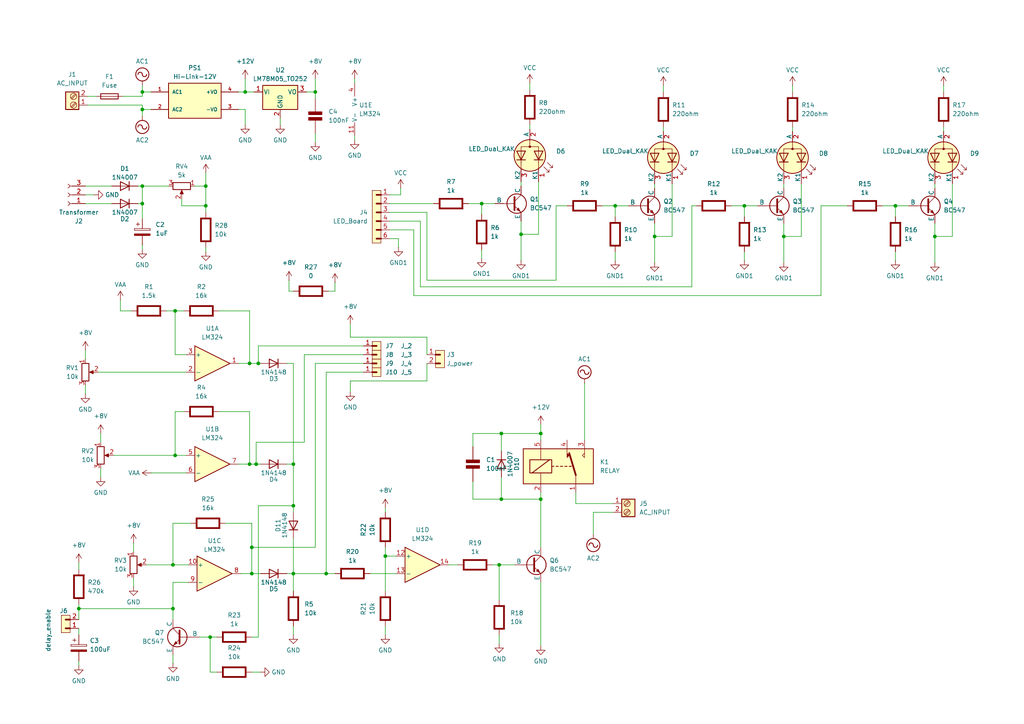
<source format=kicad_sch>
(kicad_sch (version 20250114) (generator "eeschema") (generator_version "9.0")
  (paper "A4")
  (title_block (title "Mains High Low Cutoff") (date "2025-04-18") (rev "V1.0") (company "Mounith-Lab"))
  (junction (at 215.9 59.69))
  (junction (at 178.435 59.69))
  (junction (at 50.8 90.17))
  (junction (at 50.165 163.83))
  (junction (at 41.275 53.975))
  (junction (at 111.76 161.29))
  (junction (at 60.96 184.785))
  (junction (at 94.615 166.37))
  (junction (at 156.845 125.73))
  (junction (at 85.09 134.62))
  (junction (at 22.86 176.53))
  (junction (at 85.09 146.685))
  (junction (at 145.415 144.78))
  (junction (at 189.865 68.58))
  (junction (at 151.13 67.945))
  (junction (at 74.93 105.41))
  (junction (at 41.275 31.75))
  (junction (at 73.025 158.75))
  (junction (at 156.845 144.78))
  (junction (at 145.415 125.73))
  (junction (at 59.69 53.975))
  (junction (at 72.39 105.41))
  (junction (at 139.7 59.055))
  (junction (at 271.145 68.58))
  (junction (at 41.275 59.055))
  (junction (at 50.165 176.53))
  (junction (at 73.025 166.37))
  (junction (at 144.78 163.83))
  (junction (at 72.39 134.62))
  (junction (at 74.295 134.62))
  (junction (at 259.715 59.69))
  (junction (at 71.12 26.67))
  (junction (at 41.275 26.67))
  (junction (at 59.69 59.69))
  (junction (at 50.8 132.08))
  (junction (at 227.33 68.58))
  (junction (at 91.44 26.67))
  (junction (at 85.09 166.37))
  (wire (pts (xy 123.825 105.41) (xy 123.825 110.49)))
  (wire (pts (xy 85.09 181.61) (xy 85.09 184.15)))
  (wire (pts (xy 116.205 54.61) (xy 116.205 56.515)))
  (wire (pts (xy 167.005 146.05) (xy 167.005 142.875)))
  (wire (pts (xy 172.085 148.59) (xy 177.8 148.59)))
  (wire (pts (xy 137.16 125.73) (xy 145.415 125.73)))
  (wire (pts (xy 107.315 166.37) (xy 114.935 166.37)))
  (wire (pts (xy 189.865 68.58) (xy 189.865 76.2)))
  (wire (pts (xy 238.125 59.69) (xy 238.125 85.725)))
  (wire (pts (xy 121.92 64.135) (xy 121.92 83.185)))
  (wire (pts (xy 24.765 56.515) (xy 27.305 56.515)))
  (wire (pts (xy 60.96 194.945) (xy 60.96 184.785)))
  (wire (pts (xy 215.9 73.025) (xy 215.9 75.565)))
  (wire (pts (xy 101.6 113.665) (xy 101.6 110.49)))
  (wire (pts (xy 29.21 125.73) (xy 29.21 128.27)))
  (wire (pts (xy 41.275 24.765) (xy 41.275 26.67)))
  (wire (pts (xy 94.615 166.37) (xy 85.09 166.37)))
  (wire (pts (xy 151.13 64.135) (xy 151.13 67.945)))
  (wire (pts (xy 33.02 132.08) (xy 50.8 132.08)))
  (wire (pts (xy 38.735 167.64) (xy 38.735 170.18)))
  (wire (pts (xy 41.275 59.055) (xy 40.005 59.055)))
  (wire (pts (xy 151.13 67.945) (xy 156.21 67.945)))
  (wire (pts (xy 55.245 151.765) (xy 50.165 151.765)))
  (wire (pts (xy 111.76 161.29) (xy 114.935 161.29)))
  (wire (pts (xy 151.13 52.705) (xy 151.13 53.975)))
  (wire (pts (xy 83.82 81.28) (xy 83.82 84.455)))
  (wire (pts (xy 73.025 184.785) (xy 74.93 184.785)))
  (wire (pts (xy 40.005 53.975) (xy 41.275 53.975)))
  (wire (pts (xy 72.39 119.38) (xy 72.39 134.62)))
  (wire (pts (xy 144.78 163.83) (xy 149.225 163.83)))
  (wire (pts (xy 24.765 111.76) (xy 24.765 114.3)))
  (wire (pts (xy 91.44 26.67) (xy 91.44 28.575)))
  (wire (pts (xy 153.67 36.195) (xy 153.67 37.465)))
  (wire (pts (xy 116.205 56.515) (xy 113.03 56.515)))
  (wire (pts (xy 259.715 73.025) (xy 259.715 75.565)))
  (wire (pts (xy 50.8 132.08) (xy 50.8 119.38)))
  (wire (pts (xy 161.29 59.69) (xy 161.29 81.28)))
  (wire (pts (xy 74.295 128.27) (xy 74.295 134.62)))
  (wire (pts (xy 73.025 194.945) (xy 75.565 194.945)))
  (wire (pts (xy 88.265 128.27) (xy 74.295 128.27)))
  (wire (pts (xy 50.165 151.765) (xy 50.165 163.83)))
  (wire (pts (xy 74.93 100.33) (xy 105.41 100.33)))
  (wire (pts (xy 71.12 31.75) (xy 69.215 31.75)))
  (wire (pts (xy 194.945 53.34) (xy 194.945 68.58)))
  (wire (pts (xy 156.21 52.705) (xy 156.21 67.945)))
  (wire (pts (xy 41.275 31.75) (xy 41.275 33.655)))
  (wire (pts (xy 22.86 176.53) (xy 50.165 176.53)))
  (wire (pts (xy 73.025 166.37) (xy 75.565 166.37)))
  (wire (pts (xy 72.39 134.62) (xy 74.295 134.62)))
  (wire (pts (xy 271.145 68.58) (xy 271.145 76.2)))
  (wire (pts (xy 69.215 134.62) (xy 72.39 134.62)))
  (wire (pts (xy 101.6 110.49) (xy 123.825 110.49)))
  (wire (pts (xy 156.845 123.19) (xy 156.845 125.73)))
  (wire (pts (xy 164.465 59.69) (xy 161.29 59.69)))
  (wire (pts (xy 178.435 59.69) (xy 182.245 59.69)))
  (wire (pts (xy 238.125 85.725) (xy 120.015 85.725)))
  (wire (pts (xy 169.545 111.125) (xy 169.545 127.635)))
  (wire (pts (xy 69.215 105.41) (xy 72.39 105.41)))
  (wire (pts (xy 24.765 53.975) (xy 32.385 53.975)))
  (wire (pts (xy 59.69 71.755) (xy 59.69 73.025)))
  (wire (pts (xy 97.155 84.455) (xy 97.155 81.915)))
  (wire (pts (xy 137.16 129.54) (xy 137.16 125.73)))
  (wire (pts (xy 259.715 59.69) (xy 263.525 59.69)))
  (wire (pts (xy 102.87 22.86) (xy 102.87 24.13)))
  (wire (pts (xy 153.67 24.13) (xy 153.67 26.035)))
  (wire (pts (xy 156.845 142.875) (xy 156.845 144.78)))
  (wire (pts (xy 120.015 85.725) (xy 120.015 66.675)))
  (wire (pts (xy 115.57 69.215) (xy 113.03 69.215)))
  (wire (pts (xy 139.7 62.23) (xy 139.7 59.055)))
  (wire (pts (xy 71.12 26.67) (xy 73.66 26.67)))
  (wire (pts (xy 63.5 119.38) (xy 72.39 119.38)))
  (wire (pts (xy 227.33 53.34) (xy 227.33 54.61)))
  (wire (pts (xy 22.86 184.15) (xy 22.86 182.245)))
  (wire (pts (xy 101.6 93.98) (xy 101.6 97.79)))
  (wire (pts (xy 259.715 62.865) (xy 259.715 59.69)))
  (wire (pts (xy 142.875 163.83) (xy 144.78 163.83)))
  (wire (pts (xy 139.7 72.39) (xy 139.7 74.93)))
  (wire (pts (xy 50.165 176.53) (xy 50.165 179.705)))
  (wire (pts (xy 94.615 107.95) (xy 94.615 166.37)))
  (wire (pts (xy 94.615 166.37) (xy 97.155 166.37)))
  (wire (pts (xy 189.865 68.58) (xy 194.945 68.58)))
  (wire (pts (xy 139.7 59.055) (xy 143.51 59.055)))
  (wire (pts (xy 137.16 144.78) (xy 145.415 144.78)))
  (wire (pts (xy 81.28 34.29) (xy 81.28 36.195)))
  (wire (pts (xy 145.415 138.43) (xy 145.415 144.78)))
  (wire (pts (xy 28.575 107.95) (xy 53.975 107.95)))
  (wire (pts (xy 273.685 24.765) (xy 273.685 26.67)))
  (wire (pts (xy 41.275 53.975) (xy 41.275 59.055)))
  (wire (pts (xy 83.185 166.37) (xy 85.09 166.37)))
  (wire (pts (xy 227.33 64.77) (xy 227.33 68.58)))
  (wire (pts (xy 91.44 22.86) (xy 91.44 26.67)))
  (wire (pts (xy 60.96 184.785) (xy 62.865 184.785)))
  (wire (pts (xy 91.44 158.75) (xy 73.025 158.75)))
  (wire (pts (xy 123.825 61.595) (xy 113.03 61.595)))
  (wire (pts (xy 50.165 163.83) (xy 42.545 163.83)))
  (wire (pts (xy 57.785 184.785) (xy 60.96 184.785)))
  (wire (pts (xy 71.12 36.195) (xy 71.12 31.75)))
  (wire (pts (xy 63.5 90.17) (xy 72.39 90.17)))
  (wire (pts (xy 91.44 38.735) (xy 91.44 41.275)))
  (wire (pts (xy 113.03 64.135) (xy 121.92 64.135)))
  (wire (pts (xy 145.415 144.78) (xy 156.845 144.78)))
  (wire (pts (xy 91.44 105.41) (xy 91.44 158.75)))
  (wire (pts (xy 29.21 135.89) (xy 29.21 138.43)))
  (wire (pts (xy 161.29 81.28) (xy 123.825 81.28)))
  (wire (pts (xy 111.76 181.61) (xy 111.76 184.15)))
  (wire (pts (xy 38.735 157.48) (xy 38.735 160.02)))
  (wire (pts (xy 145.415 125.73) (xy 156.845 125.73)))
  (wire (pts (xy 53.975 132.08) (xy 50.8 132.08)))
  (wire (pts (xy 52.705 57.785) (xy 52.705 59.69)))
  (wire (pts (xy 24.765 59.055) (xy 32.385 59.055)))
  (wire (pts (xy 271.145 53.34) (xy 271.145 54.61)))
  (wire (pts (xy 192.405 24.765) (xy 192.405 26.67)))
  (wire (pts (xy 85.09 134.62) (xy 85.09 105.41)))
  (wire (pts (xy 123.825 102.87) (xy 123.825 97.79)))
  (wire (pts (xy 72.39 90.17) (xy 72.39 105.41)))
  (wire (pts (xy 22.86 179.705) (xy 22.86 176.53)))
  (wire (pts (xy 192.405 36.83) (xy 192.405 38.1)))
  (wire (pts (xy 52.705 59.69) (xy 59.69 59.69)))
  (wire (pts (xy 50.165 168.91) (xy 50.165 176.53)))
  (wire (pts (xy 212.09 59.69) (xy 215.9 59.69)))
  (wire (pts (xy 50.165 189.865) (xy 50.165 192.405)))
  (wire (pts (xy 85.09 148.59) (xy 85.09 146.685)))
  (wire (pts (xy 271.145 68.58) (xy 276.225 68.58)))
  (wire (pts (xy 276.225 53.34) (xy 276.225 68.58)))
  (wire (pts (xy 200.66 59.69) (xy 200.66 83.185)))
  (wire (pts (xy 255.905 59.69) (xy 259.715 59.69)))
  (wire (pts (xy 101.6 97.79) (xy 123.825 97.79)))
  (wire (pts (xy 41.275 30.48) (xy 41.275 31.75)))
  (wire (pts (xy 105.41 105.41) (xy 91.44 105.41)))
  (wire (pts (xy 41.275 27.94) (xy 41.275 26.67)))
  (wire (pts (xy 34.925 86.995) (xy 34.925 90.17)))
  (wire (pts (xy 144.78 173.99) (xy 144.78 163.83)))
  (wire (pts (xy 65.405 151.765) (xy 73.025 151.765)))
  (wire (pts (xy 50.8 90.17) (xy 53.34 90.17)))
  (wire (pts (xy 130.175 163.83) (xy 132.715 163.83)))
  (wire (pts (xy 215.9 59.69) (xy 219.71 59.69)))
  (wire (pts (xy 22.86 163.195) (xy 22.86 165.1)))
  (wire (pts (xy 74.93 100.33) (xy 74.93 105.41)))
  (wire (pts (xy 105.41 107.95) (xy 94.615 107.95)))
  (wire (pts (xy 59.69 53.975) (xy 56.515 53.975)))
  (wire (pts (xy 121.92 83.185) (xy 200.66 83.185)))
  (wire (pts (xy 271.145 64.77) (xy 271.145 68.58)))
  (wire (pts (xy 22.86 175.26) (xy 22.86 176.53)))
  (wire (pts (xy 74.295 134.62) (xy 75.565 134.62)))
  (wire (pts (xy 24.765 101.6) (xy 24.765 104.14)))
  (wire (pts (xy 22.86 191.77) (xy 22.86 193.04)))
  (wire (pts (xy 71.12 22.86) (xy 71.12 26.67)))
  (wire (pts (xy 25.4 30.48) (xy 41.275 30.48)))
  (wire (pts (xy 53.975 102.87) (xy 50.8 102.87)))
  (wire (pts (xy 111.76 161.29) (xy 111.76 158.75)))
  (wire (pts (xy 54.61 168.91) (xy 50.165 168.91)))
  (wire (pts (xy 69.85 166.37) (xy 73.025 166.37)))
  (wire (pts (xy 229.87 24.765) (xy 229.87 26.67)))
  (wire (pts (xy 178.435 62.865) (xy 178.435 59.69)))
  (wire (pts (xy 62.865 194.945) (xy 60.96 194.945)))
  (wire (pts (xy 227.33 68.58) (xy 232.41 68.58)))
  (wire (pts (xy 73.025 151.765) (xy 73.025 158.75)))
  (wire (pts (xy 85.09 166.37) (xy 85.09 156.21)))
  (wire (pts (xy 41.275 53.975) (xy 48.895 53.975)))
  (wire (pts (xy 177.8 146.05) (xy 167.005 146.05)))
  (wire (pts (xy 151.13 67.945) (xy 151.13 75.565)))
  (wire (pts (xy 232.41 53.34) (xy 232.41 68.58)))
  (wire (pts (xy 85.09 146.685) (xy 85.09 134.62)))
  (wire (pts (xy 95.25 84.455) (xy 97.155 84.455)))
  (wire (pts (xy 88.265 102.87) (xy 88.265 128.27)))
  (wire (pts (xy 50.8 119.38) (xy 53.34 119.38)))
  (wire (pts (xy 145.415 130.81) (xy 145.415 125.73)))
  (wire (pts (xy 59.69 59.69) (xy 59.69 61.595)))
  (wire (pts (xy 59.69 50.165) (xy 59.69 53.975)))
  (wire (pts (xy 123.825 81.28) (xy 123.825 61.595)))
  (wire (pts (xy 105.41 102.87) (xy 88.265 102.87)))
  (wire (pts (xy 120.015 66.675) (xy 113.03 66.675)))
  (wire (pts (xy 113.03 59.055) (xy 125.73 59.055)))
  (wire (pts (xy 227.33 68.58) (xy 227.33 76.2)))
  (wire (pts (xy 102.87 39.37) (xy 102.87 40.64)))
  (wire (pts (xy 74.93 184.785) (xy 74.93 146.685)))
  (wire (pts (xy 137.16 139.7) (xy 137.16 144.78)))
  (wire (pts (xy 174.625 59.69) (xy 178.435 59.69)))
  (wire (pts (xy 83.185 134.62) (xy 85.09 134.62)))
  (wire (pts (xy 172.085 148.59) (xy 172.085 154.94)))
  (wire (pts (xy 50.8 102.87) (xy 50.8 90.17)))
  (wire (pts (xy 41.275 59.055) (xy 41.275 63.5)))
  (wire (pts (xy 73.025 158.75) (xy 73.025 166.37)))
  (wire (pts (xy 200.66 59.69) (xy 201.93 59.69)))
  (wire (pts (xy 71.12 26.67) (xy 69.215 26.67)))
  (wire (pts (xy 43.815 137.16) (xy 53.975 137.16)))
  (wire (pts (xy 111.76 171.45) (xy 111.76 161.29)))
  (wire (pts (xy 74.93 146.685) (xy 85.09 146.685)))
  (wire (pts (xy 25.4 27.94) (xy 27.94 27.94)))
  (wire (pts (xy 59.69 59.69) (xy 59.69 53.975)))
  (wire (pts (xy 238.125 59.69) (xy 245.745 59.69)))
  (wire (pts (xy 189.865 64.77) (xy 189.865 68.58)))
  (wire (pts (xy 189.865 53.34) (xy 189.865 54.61)))
  (wire (pts (xy 144.78 184.15) (xy 144.78 186.69)))
  (wire (pts (xy 85.09 105.41) (xy 83.185 105.41)))
  (wire (pts (xy 74.93 105.41) (xy 75.565 105.41)))
  (wire (pts (xy 83.82 84.455) (xy 85.09 84.455)))
  (wire (pts (xy 91.44 26.67) (xy 88.9 26.67)))
  (wire (pts (xy 115.57 71.755) (xy 115.57 69.215)))
  (wire (pts (xy 111.76 147.32) (xy 111.76 148.59)))
  (wire (pts (xy 72.39 105.41) (xy 74.93 105.41)))
  (wire (pts (xy 54.61 163.83) (xy 50.165 163.83)))
  (wire (pts (xy 48.26 90.17) (xy 50.8 90.17)))
  (wire (pts (xy 229.87 36.83) (xy 229.87 38.1)))
  (wire (pts (xy 85.09 166.37) (xy 85.09 171.45)))
  (wire (pts (xy 34.925 90.17) (xy 38.1 90.17)))
  (wire (pts (xy 135.89 59.055) (xy 139.7 59.055)))
  (wire (pts (xy 156.845 144.78) (xy 156.845 158.75)))
  (wire (pts (xy 156.845 125.73) (xy 156.845 127.635)))
  (wire (pts (xy 41.275 71.12) (xy 41.275 72.39)))
  (wire (pts (xy 215.9 62.865) (xy 215.9 59.69)))
  (wire (pts (xy 41.275 31.75) (xy 43.815 31.75)))
  (wire (pts (xy 41.275 26.67) (xy 43.815 26.67)))
  (wire (pts (xy 178.435 73.025) (xy 178.435 75.565)))
  (wire (pts (xy 156.845 168.91) (xy 156.845 187.325)))
  (wire (pts (xy 273.685 36.83) (xy 273.685 38.1)))
  (wire (pts (xy 35.56 27.94) (xy 41.275 27.94)))
  (symbol (lib_id "power:GND") (at 85.09 184.15 0) (unit 1)
    (property "Reference" "#PWR021" (effects (hide yes)))
    (property "Value" "GND" (at 85.09 188.595 0))
    (property "Description" "Power symbol creates a global label with name \"GND\" , ground" (effects (hide yes)))
  )
  (symbol (lib_id "power:GND") (at 41.275 72.39 0) (unit 1)
    (property "Reference" "#PWR08" (effects (hide yes)))
    (property "Value" "GND" (at 41.275 76.835 0))
    (property "Description" "Power symbol creates a global label with name \"GND\" , ground" (effects (hide yes)))
  )
  (symbol (lib_id "power:+8V") (at 24.765 101.6 0) (unit 1)
    (property "Reference" "#PWR011" (effects (hide yes)))
    (property "Value" "+8V" (at 24.765 96.52 0))
    (property "Description" "Power symbol creates a global label with name \"+8V\"" (effects (hide yes)))
  )
  (symbol (lib_id "power:GND1") (at 189.865 76.2 0) (unit 1)
    (property "Reference" "#PWR030" (effects (hide yes)))
    (property "Value" "GND1" (at 189.865 80.645 0))
    (property "Description" "Power symbol creates a global label with name \"GND1\" , ground" (effects (hide yes)))
  )
  (symbol (lib_id "PCM_Elektuur:C") (at 137.16 134.62 0) (unit 1)
    (property "Reference" "C1" (at 140.97 133.3499 0) (effects (justify left)))
    (property "Value" "100nF" (at 140.97 135.8899 0) (effects (justify left)))
    (property "Footprint" "Capacitor_SMD:C_1210_3225Metric_Pad1.33x2.70mm_HandSolder" (effects (hide yes)))
    (property "Description" "capacitor, non-polarized/bipolar" (effects (hide yes)))
    (property "Indicator" "+" (effects (hide yes)))
    (property "Rating" "V" (effects (hide yes)))
  )
  (symbol (lib_id "power:VAA") (at 59.69 50.165 0) (unit 1)
    (property "Reference" "#PWR09" (effects (hide yes)))
    (property "Value" "VAA" (at 59.69 45.72 0))
    (property "Description" "Power symbol creates a global label with name \"VAA\"" (effects (hide yes)))
  )
  (symbol (lib_id "PCM_Elektuur:R") (at 102.235 166.37 270) (unit 1)
    (property "Reference" "R20" (at 102.235 160.02 90))
    (property "Value" "1k" (at 102.235 162.56 90))
    (property "Footprint" "Resistor_THT:R_Axial_DIN0207_L6.3mm_D2.5mm_P10.16mm_Horizontal" (effects (hide yes)))
    (property "Description" "resistor" (effects (hide yes)))
    (property "Indicator" "+" (effects (hide yes)))
    (property "Rating" "W" (effects (hide yes)))
  )
  (symbol (lib_id "PCM_Elektuur:R") (at 169.545 59.69 90) (unit 1)
    (property "Reference" "R9" (at 169.545 53.34 90))
    (property "Value" "1k" (at 169.545 55.88 90))
    (property "Footprint" "Resistor_THT:R_Axial_DIN0207_L6.3mm_D2.5mm_P10.16mm_Horizontal" (effects (hide yes)))
    (property "Description" "resistor" (effects (hide yes)))
    (property "Indicator" "+" (effects (hide yes)))
    (property "Rating" "W" (effects (hide yes)))
  )
  (symbol (lib_id "Amplifier_Operational:LM324") (at 122.555 163.83 0) (unit 4)
    (property "Reference" "U1" (at 122.555 153.67 0))
    (property "Value" "LM324" (at 122.555 156.21 0))
    (property "Footprint" "Package_DIP:CERDIP-14_W7.62mm_SideBrazed_LongPads_Socket" (effects (hide yes)))
    (property "Datasheet" "http://www.ti.com/lit/ds/symlink/lm2902-n.pdf" (effects (hide yes)))
    (property "Description" "Low-Power, Quad-Operational Amplifiers, DIP-14/SOIC-14/SSOP-14" (effects (hide yes)))
  )
  (symbol (lib_id "PCM_SL_Pin_Headers:PINHD_1x1_Male") (at 109.22 105.41 0) (unit 1)
    (property "Reference" "J9" (at 111.76 105.41 0) (effects (justify left)))
    (property "Value" "J_4" (at 116.205 105.41 0) (effects (justify left)))
    (property "Footprint" "Connector_PinHeader_2.54mm:PinHeader_1x01_P2.54mm_Vertical" (effects (hide yes)))
    (property "Description" "Pin Header male with pin space 2.54mm. Pin Count -1" (effects (hide yes)))
  )
  (symbol (lib_id "PCM_Elektuur:R") (at 60.325 151.765 90) (unit 1)
    (property "Reference" "R25" (at 60.325 144.78 90))
    (property "Value" "16k" (at 60.325 147.32 90))
    (property "Footprint" "Resistor_THT:R_Axial_DIN0207_L6.3mm_D2.5mm_P10.16mm_Horizontal" (effects (hide yes)))
    (property "Description" "resistor" (effects (hide yes)))
    (property "Indicator" "+" (effects (hide yes)))
    (property "Rating" "W" (effects (hide yes)))
  )
  (symbol (lib_id "PCM_Elektuur:R") (at 259.715 67.945 180) (unit 1)
    (property "Reference" "R16" (at 262.255 66.6749 0) (effects (justify right)))
    (property "Value" "1k" (at 262.255 69.2149 0) (effects (justify right)))
    (property "Footprint" "Resistor_THT:R_Axial_DIN0207_L6.3mm_D2.5mm_P10.16mm_Horizontal" (effects (hide yes)))
    (property "Description" "resistor" (effects (hide yes)))
    (property "Indicator" "+" (effects (hide yes)))
    (property "Rating" "W" (effects (hide yes)))
  )
  (symbol (lib_id "PCM_Elektuur:R") (at 130.81 59.055 90) (unit 1)
    (property "Reference" "R7" (at 130.81 52.705 90))
    (property "Value" "1k" (at 130.81 55.245 90))
    (property "Footprint" "Resistor_THT:R_Axial_DIN0207_L6.3mm_D2.5mm_P10.16mm_Horizontal" (effects (hide yes)))
    (property "Description" "resistor" (effects (hide yes)))
    (property "Indicator" "+" (effects (hide yes)))
    (property "Rating" "W" (effects (hide yes)))
  )
  (symbol (lib_id "power:AC") (at 172.085 154.94 180) (unit 1)
    (property "Reference" "#PWR045" (effects (hide yes)))
    (property "Value" "AC2" (at 172.085 161.925 0))
    (property "Description" "Power symbol creates a global label with name \"AC\"" (effects (hide yes)))
  )
  (symbol (lib_id "power:+8V") (at 91.44 22.86 0) (unit 1)
    (property "Reference" "#PWR02" (effects (hide yes)))
    (property "Value" "+8V" (at 91.44 17.78 0))
    (property "Description" "Power symbol creates a global label with name \"+8V\"" (effects (hide yes)))
  )
  (symbol (lib_id "power:VCC") (at 153.67 24.13 0) (unit 1)
    (property "Reference" "#PWR022" (effects (hide yes)))
    (property "Value" "VCC" (at 153.67 19.685 0))
    (property "Description" "Power symbol creates a global label with name \"VCC\"" (effects (hide yes)))
  )
  (symbol (lib_id "PCM_Elektuur:R") (at 85.09 176.53 180) (unit 1)
    (property "Reference" "R5" (at 88.265 175.2599 0) (effects (justify right)))
    (property "Value" "10k" (at 88.265 177.7999 0) (effects (justify right)))
    (property "Footprint" "Resistor_THT:R_Axial_DIN0207_L6.3mm_D2.5mm_P10.16mm_Horizontal" (effects (hide yes)))
    (property "Description" "resistor" (effects (hide yes)))
    (property "Indicator" "+" (effects (hide yes)))
    (property "Rating" "W" (effects (hide yes)))
  )
  (symbol (lib_id "Device:Fuse") (at 31.75 27.94 90) (unit 1)
    (property "Reference" "F1" (at 31.75 22.225 90))
    (property "Value" "Fuse" (at 31.75 24.765 90))
    (property "Footprint" "Fuse:Fuse_Blade_ATO_directSolder" (effects (hide yes)))
    (property "Description" "Fuse" (effects (hide yes)))
  )
  (symbol (lib_id "Device:D") (at 145.415 134.62 270) (unit 1)
    (property "Reference" "D10" (at 149.86 134.62 0))
    (property "Value" "1N4007" (at 147.955 134.62 0))
    (property "Footprint" "Diode_THT:D_A-405_P10.16mm_Horizontal" (effects (hide yes)))
    (property "Description" "Diode" (effects (hide yes)))
    (property "Sim.Device" "D" (effects (hide yes)))
    (property "Sim.Pins" "1=K 2=A" (effects (hide yes)))
  )
  (symbol (lib_id "PCM_Elektuur:R") (at 192.405 31.75 180) (unit 1)
    (property "Reference" "R11" (at 194.945 30.4799 0) (effects (justify right)))
    (property "Value" "220ohm" (at 194.945 33.0199 0) (effects (justify right)))
    (property "Footprint" "Resistor_THT:R_Axial_DIN0207_L6.3mm_D2.5mm_P10.16mm_Horizontal" (effects (hide yes)))
    (property "Description" "resistor" (effects (hide yes)))
    (property "Indicator" "+" (effects (hide yes)))
    (property "Rating" "W" (effects (hide yes)))
  )
  (symbol (lib_id "PCM_SL_Screw_Terminal:Screw_Terminal_2_P5.00mm") (at 181.61 147.32 0) (unit 1)
    (property "Reference" "J5" (at 185.42 146.0499 0) (effects (justify left)))
    (property "Value" "AC_INPUT" (at 185.42 148.5899 0) (effects (justify left)))
    (property "Footprint" "TerminalBlock_Phoenix:TerminalBlock_Phoenix_PT-1,5-2-5.0-H_1x02_P5.00mm_Horizontal" (effects (hide yes)))
  )
  (symbol (lib_id "Device:D") (at 36.195 53.975 180) (unit 1)
    (property "Reference" "D1" (at 36.195 48.895 0))
    (property "Value" "1N4007" (at 36.195 51.435 0))
    (property "Footprint" "Diode_THT:D_A-405_P10.16mm_Horizontal" (effects (hide yes)))
    (property "Description" "Diode" (effects (hide yes)))
    (property "Sim.Device" "D" (effects (hide yes)))
    (property "Sim.Pins" "1=K 2=A" (effects (hide yes)))
  )
  (symbol (lib_id "power:+8V") (at 97.155 81.915 0) (unit 1)
    (property "Reference" "#PWR051" (effects (hide yes)))
    (property "Value" "+8V" (at 97.155 76.835 0))
    (property "Description" "Power symbol creates a global label with name \"+8V\"" (effects (hide yes)))
  )
  (symbol (lib_id "PCM_SL_Pin_Headers:PINHD_1x2_Male") (at 127.635 104.14 0) (unit 1)
    (property "Reference" "J3" (at 129.54 102.8699 0) (effects (justify left)))
    (property "Value" "J_power" (at 129.54 105.4099 0) (effects (justify left)))
    (property "Footprint" "Connector_PinHeader_2.54mm:PinHeader_1x02_P2.54mm_Vertical" (effects (hide yes)))
    (property "Description" "Pin Header male with pin space 2.54mm. Pin Count -2" (effects (hide yes)))
  )
  (symbol (lib_id "PCM_Elektuur:C") (at 91.44 33.655 0) (unit 1)
    (property "Reference" "C4" (at 95.25 32.3849 0) (effects (justify left)))
    (property "Value" "100nF" (at 95.25 34.9249 0) (effects (justify left)))
    (property "Footprint" "Capacitor_SMD:C_1210_3225Metric_Pad1.33x2.70mm_HandSolder" (effects (hide yes)))
    (property "Description" "capacitor, non-polarized/bipolar" (effects (hide yes)))
    (property "Indicator" "+" (effects (hide yes)))
    (property "Rating" "V" (effects (hide yes)))
  )
  (symbol (lib_id "power:VAA") (at 34.925 86.995 0) (unit 1)
    (property "Reference" "#PWR010" (effects (hide yes)))
    (property "Value" "VAA" (at 34.925 82.55 0))
    (property "Description" "Power symbol creates a global label with name \"VAA\"" (effects (hide yes)))
  )
  (symbol (lib_id "power:+12V") (at 71.12 22.86 0) (unit 1)
    (property "Reference" "#PWR01" (effects (hide yes)))
    (property "Value" "+12V" (at 71.12 17.78 0))
    (property "Description" "Power symbol creates a global label with name \"+12V\"" (effects (hide yes)))
  )
  (symbol (lib_id "Simulation_SPICE:NPN") (at 148.59 59.055 0) (unit 1)
    (property "Reference" "Q1" (at 153.67 57.7849 0) (effects (justify left)))
    (property "Value" "BC547" (at 153.67 60.3249 0) (effects (justify left)))
    (property "Footprint" "Package_TO_SOT_THT:TO-92L_Wide" (effects (hide yes)))
    (property "Datasheet" "https://ngspice.sourceforge.io/docs/ngspice-html-manual/manual.xhtml#cha_BJTs" (effects (hide yes)))
    (property "Description" "Bipolar transistor symbol for simulation only, substrate tied to the emitter" (effects (hide yes)))
    (property "Sim.Device" "NPN" (effects (hide yes)))
    (property "Sim.Type" "GUMMELPOON" (effects (hide yes)))
    (property "Sim.Pins" "1=C 2=B 3=E" (effects (hide yes)))
  )
  (symbol (lib_id "power:VCC") (at 192.405 24.765 0) (unit 1)
    (property "Reference" "#PWR031" (effects (hide yes)))
    (property "Value" "VCC" (at 192.405 20.32 0))
    (property "Description" "Power symbol creates a global label with name \"VCC\"" (effects (hide yes)))
  )
  (symbol (lib_id "power:VCC") (at 273.685 24.765 0) (unit 1)
    (property "Reference" "#PWR037" (effects (hide yes)))
    (property "Value" "VCC" (at 273.685 20.32 0))
    (property "Description" "Power symbol creates a global label with name \"VCC\"" (effects (hide yes)))
  )
  (symbol (lib_id "Device:D") (at 79.375 105.41 180) (unit 1)
    (property "Reference" "D3" (at 79.375 109.855 0))
    (property "Value" "1N4148" (at 79.375 107.95 0))
    (property "Footprint" "Diode_THT:D_A-405_P10.16mm_Horizontal" (effects (hide yes)))
    (property "Description" "Diode" (effects (hide yes)))
    (property "Sim.Device" "D" (effects (hide yes)))
    (property "Sim.Pins" "1=K 2=A" (effects (hide yes)))
  )
  (symbol (lib_id "Amplifier_Operational:LM324") (at 62.23 166.37 0) (unit 3)
    (property "Reference" "U1" (at 62.23 156.845 0))
    (property "Value" "LM324" (at 62.23 159.385 0))
    (property "Footprint" "Package_DIP:CERDIP-14_W7.62mm_SideBrazed_LongPads_Socket" (effects (hide yes)))
    (property "Datasheet" "http://www.ti.com/lit/ds/symlink/lm2902-n.pdf" (effects (hide yes)))
    (property "Description" "Low-Power, Quad-Operational Amplifiers, DIP-14/SOIC-14/SSOP-14" (effects (hide yes)))
  )
  (symbol (lib_id "PCM_Elektuur:R") (at 250.825 59.69 90) (unit 1)
    (property "Reference" "R15" (at 250.825 53.34 90))
    (property "Value" "1k" (at 250.825 55.88 90))
    (property "Footprint" "Resistor_THT:R_Axial_DIN0207_L6.3mm_D2.5mm_P10.16mm_Horizontal" (effects (hide yes)))
    (property "Description" "resistor" (effects (hide yes)))
    (property "Indicator" "+" (effects (hide yes)))
    (property "Rating" "W" (effects (hide yes)))
  )
  (symbol (lib_id "PCM_Elektuur:R") (at 111.76 153.67 0) (unit 1)
    (property "Reference" "R22" (at 105.41 153.67 90))
    (property "Value" "10k" (at 107.95 153.67 90))
    (property "Footprint" "Resistor_THT:R_Axial_DIN0207_L6.3mm_D2.5mm_P10.16mm_Horizontal" (effects (hide yes)))
    (property "Description" "resistor" (effects (hide yes)))
    (property "Indicator" "+" (effects (hide yes)))
    (property "Rating" "W" (effects (hide yes)))
  )
  (symbol (lib_id "PCM_Elektuur:R") (at 22.86 170.18 180) (unit 1)
    (property "Reference" "R26" (at 25.4 168.9099 0) (effects (justify right)))
    (property "Value" "470k" (at 25.4 171.4499 0) (effects (justify right)))
    (property "Footprint" "Resistor_THT:R_Axial_DIN0207_L6.3mm_D2.5mm_P10.16mm_Horizontal" (effects (hide yes)))
    (property "Description" "resistor" (effects (hide yes)))
    (property "Indicator" "+" (effects (hide yes)))
    (property "Rating" "W" (effects (hide yes)))
  )
  (symbol (lib_id "Device:D") (at 79.375 166.37 180) (unit 1)
    (property "Reference" "D5" (at 79.375 170.815 0))
    (property "Value" "1N4148" (at 79.375 168.91 0))
    (property "Footprint" "Diode_THT:D_A-405_P10.16mm_Horizontal" (effects (hide yes)))
    (property "Description" "Diode" (effects (hide yes)))
    (property "Sim.Device" "D" (effects (hide yes)))
    (property "Sim.Pins" "1=K 2=A" (effects (hide yes)))
  )
  (symbol (lib_id "Device:LED_Dual_KAK") (at 229.87 45.72 270) (unit 1)
    (property "Reference" "D8" (at 237.49 44.5134 90) (effects (justify left)))
    (property "Value" "LED_Dual_KAK" (at 212.09 43.815 90) (effects (justify left)))
    (property "Footprint" "LED_THT:LED_D3.0mm-3" (effects (hide yes)))
    (property "Description" "Dual LED, common anode on pin 2" (effects (hide yes)))
  )
  (symbol (lib_id "PCM_SL_Pin_Headers:PINHD_1x1_Male") (at 109.22 107.95 0) (unit 1)
    (property "Reference" "J10" (at 111.76 107.95 0) (effects (justify left)))
    (property "Value" "J_5" (at 116.205 107.95 0) (effects (justify left)))
    (property "Footprint" "Connector_PinHeader_2.54mm:PinHeader_1x01_P2.54mm_Vertical" (effects (hide yes)))
    (property "Description" "Pin Header male with pin space 2.54mm. Pin Count -1" (effects (hide yes)))
  )
  (symbol (lib_id "Amplifier_Operational:LM324") (at 61.595 105.41 0) (unit 1)
    (property "Reference" "U1" (at 61.595 95.25 0))
    (property "Value" "LM324" (at 61.595 97.79 0))
    (property "Footprint" "Package_DIP:CERDIP-14_W7.62mm_SideBrazed_LongPads_Socket" (effects (hide yes)))
    (property "Datasheet" "http://www.ti.com/lit/ds/symlink/lm2902-n.pdf" (effects (hide yes)))
    (property "Description" "Low-Power, Quad-Operational Amplifiers, DIP-14/SOIC-14/SSOP-14" (effects (hide yes)))
  )
  (symbol (lib_id "PCM_Elektuur:R") (at 178.435 67.945 180) (unit 1)
    (property "Reference" "R10" (at 180.975 66.6749 0) (effects (justify right)))
    (property "Value" "1k" (at 180.975 69.2149 0) (effects (justify right)))
    (property "Footprint" "Resistor_THT:R_Axial_DIN0207_L6.3mm_D2.5mm_P10.16mm_Horizontal" (effects (hide yes)))
    (property "Description" "resistor" (effects (hide yes)))
    (property "Indicator" "+" (effects (hide yes)))
    (property "Rating" "W" (effects (hide yes)))
  )
  (symbol (lib_id "Device:C_Polarized") (at 41.275 67.31 0) (unit 1)
    (property "Reference" "C2" (at 45.085 65.1509 0) (effects (justify left)))
    (property "Value" "1uF" (at 45.085 67.6909 0) (effects (justify left)))
    (property "Footprint" "Capacitor_THT:CP_Radial_D5.0mm_P2.50mm" (effects (hide yes)))
    (property "Description" "Polarized capacitor" (effects (hide yes)))
  )
  (symbol (lib_id "PCM_Elektuur:R") (at 207.01 59.69 90) (unit 1)
    (property "Reference" "R12" (at 207.01 53.34 90))
    (property "Value" "1k" (at 207.01 55.88 90))
    (property "Footprint" "Resistor_THT:R_Axial_DIN0207_L6.3mm_D2.5mm_P10.16mm_Horizontal" (effects (hide yes)))
    (property "Description" "resistor" (effects (hide yes)))
    (property "Indicator" "+" (effects (hide yes)))
    (property "Rating" "W" (effects (hide yes)))
  )
  (symbol (lib_id "power:VCC") (at 116.205 54.61 0) (unit 1)
    (property "Reference" "#PWR027" (effects (hide yes)))
    (property "Value" "VCC" (at 116.205 50.165 0))
    (property "Description" "Power symbol creates a global label with name \"VCC\"" (effects (hide yes)))
  )
  (symbol (lib_id "Device:LED_Dual_KAK") (at 192.405 45.72 270) (unit 1)
    (property "Reference" "D7" (at 200.025 44.5134 90) (effects (justify left)))
    (property "Value" "LED_Dual_KAK" (at 174.625 43.815 90) (effects (justify left)))
    (property "Footprint" "LED_THT:LED_D3.0mm-3" (effects (hide yes)))
    (property "Description" "Dual LED, common anode on pin 2" (effects (hide yes)))
  )
  (symbol (lib_id "power:VCC") (at 229.87 24.765 0) (unit 1)
    (property "Reference" "#PWR034" (effects (hide yes)))
    (property "Value" "VCC" (at 229.87 20.32 0))
    (property "Description" "Power symbol creates a global label with name \"VCC\"" (effects (hide yes)))
  )
  (symbol (lib_id "power:GND1") (at 227.33 76.2 0) (unit 1)
    (property "Reference" "#PWR033" (effects (hide yes)))
    (property "Value" "GND1" (at 227.33 80.645 0))
    (property "Description" "Power symbol creates a global label with name \"GND1\" , ground" (effects (hide yes)))
  )
  (symbol (lib_id "PCM_Elektuur:R") (at 59.69 66.675 180) (unit 1)
    (property "Reference" "R28" (at 62.23 65.4049 0) (effects (justify right)))
    (property "Value" "10k" (at 62.23 67.9449 0) (effects (justify right)))
    (property "Footprint" "Resistor_THT:R_Axial_DIN0207_L6.3mm_D2.5mm_P10.16mm_Horizontal" (effects (hide yes)))
    (property "Description" "resistor" (effects (hide yes)))
    (property "Indicator" "+" (effects (hide yes)))
    (property "Rating" "W" (effects (hide yes)))
  )
  (symbol (lib_id "power:GND") (at 71.12 36.195 0) (unit 1)
    (property "Reference" "#PWR03" (effects (hide yes)))
    (property "Value" "GND" (at 71.12 40.64 0))
    (property "Description" "Power symbol creates a global label with name \"GND\" , ground" (effects (hide yes)))
  )
  (symbol (lib_id "Device:D") (at 36.195 59.055 180) (unit 1)
    (property "Reference" "D2" (at 36.195 63.5 0))
    (property "Value" "1N4007" (at 36.195 61.595 0))
    (property "Footprint" "Diode_THT:D_A-405_P10.16mm_Horizontal" (effects (hide yes)))
    (property "Description" "Diode" (effects (hide yes)))
    (property "Sim.Device" "D" (effects (hide yes)))
    (property "Sim.Pins" "1=K 2=A" (effects (hide yes)))
  )
  (symbol (lib_id "Simulation_SPICE:NPN") (at 187.325 59.69 0) (unit 1)
    (property "Reference" "Q2" (at 192.405 58.4199 0) (effects (justify left)))
    (property "Value" "BC547" (at 192.405 60.9599 0) (effects (justify left)))
    (property "Footprint" "Package_TO_SOT_THT:TO-92L_Wide" (effects (hide yes)))
    (property "Datasheet" "https://ngspice.sourceforge.io/docs/ngspice-html-manual/manual.xhtml#cha_BJTs" (effects (hide yes)))
    (property "Description" "Bipolar transistor symbol for simulation only, substrate tied to the emitter" (effects (hide yes)))
    (property "Sim.Device" "NPN" (effects (hide yes)))
    (property "Sim.Type" "GUMMELPOON" (effects (hide yes)))
    (property "Sim.Pins" "1=C 2=B 3=E" (effects (hide yes)))
  )
  (symbol (lib_id "PCM_Elektuur:R") (at 43.18 90.17 90) (unit 1)
    (property "Reference" "R1" (at 43.18 83.185 90))
    (property "Value" "1.5k" (at 43.18 85.725 90))
    (property "Footprint" "Resistor_THT:R_Axial_DIN0207_L6.3mm_D2.5mm_P10.16mm_Horizontal" (effects (hide yes)))
    (property "Description" "resistor" (effects (hide yes)))
    (property "Indicator" "+" (effects (hide yes)))
    (property "Rating" "W" (effects (hide yes)))
  )
  (symbol (lib_id "Device:R_Potentiometer") (at 38.735 163.83 0) (unit 1)
    (property "Reference" "RV3" (at 36.83 162.5599 0) (effects (justify right)))
    (property "Value" "10k" (at 36.83 165.0999 0) (effects (justify right)))
    (property "Footprint" "Potentiometer_THT:Potentiometer_Bourns_3296W_Vertical" (effects (hide yes)))
    (property "Description" "Potentiometer" (effects (hide yes)))
  )
  (symbol (lib_id "power:GND") (at 156.845 187.325 0) (unit 1)
    (property "Reference" "#PWR040" (effects (hide yes)))
    (property "Value" "GND" (at 156.845 191.77 0))
    (property "Description" "Power symbol creates a global label with name \"GND\" , ground" (effects (hide yes)))
  )
  (symbol (lib_id "Device:LED_Dual_KAK") (at 273.685 45.72 270) (unit 1)
    (property "Reference" "D9" (at 281.305 44.5134 90) (effects (justify left)))
    (property "Value" "LED_Dual_KAK" (at 255.905 43.815 90) (effects (justify left)))
    (property "Footprint" "LED_THT:LED_D3.0mm-3" (effects (hide yes)))
    (property "Description" "Dual LED, common anode on pin 2" (effects (hide yes)))
  )
  (symbol (lib_id "power:VAA") (at 43.815 137.16 90) (unit 1)
    (property "Reference" "#PWR013" (effects (hide yes)))
    (property "Value" "VAA" (at 40.64 137.1599 90) (effects (justify left)))
    (property "Description" "Power symbol creates a global label with name \"VAA\"" (effects (hide yes)))
  )
  (symbol (lib_id "power:+8V") (at 22.86 163.195 0) (unit 1)
    (property "Reference" "#PWR020" (effects (hide yes)))
    (property "Value" "+8V" (at 22.86 158.115 0))
    (property "Description" "Power symbol creates a global label with name \"+8V\"" (effects (hide yes)))
  )
  (symbol (lib_id "power:GND1") (at 151.13 75.565 0) (unit 1)
    (property "Reference" "#PWR024" (effects (hide yes)))
    (property "Value" "GND1" (at 151.13 80.01 0))
    (property "Description" "Power symbol creates a global label with name \"GND1\" , ground" (effects (hide yes)))
  )
  (symbol (lib_id "PCM_SL_Pin_Headers:PINHD_1x1_Male") (at 109.22 100.33 0) (unit 1)
    (property "Reference" "J7" (at 111.76 100.33 0) (effects (justify left)))
    (property "Value" "J_2" (at 116.205 100.33 0) (effects (justify left)))
    (property "Footprint" "Connector_PinHeader_2.54mm:PinHeader_1x01_P2.54mm_Vertical" (effects (hide yes)))
    (property "Description" "Pin Header male with pin space 2.54mm. Pin Count -1" (effects (hide yes)))
  )
  (symbol (lib_id "power:GND") (at 29.21 138.43 0) (unit 1)
    (property "Reference" "#PWR015" (effects (hide yes)))
    (property "Value" "GND" (at 29.21 142.875 0))
    (property "Description" "Power symbol creates a global label with name \"GND\" , ground" (effects (hide yes)))
  )
  (symbol (lib_id "power:GND") (at 75.565 194.945 90) (unit 1)
    (property "Reference" "#PWR048" (effects (hide yes)))
    (property "Value" "GND" (at 78.74 194.9449 90) (effects (justify right)))
    (property "Description" "Power symbol creates a global label with name \"GND\" , ground" (effects (hide yes)))
  )
  (symbol (lib_id "Amplifier_Operational:LM324") (at 61.595 134.62 0) (unit 2)
    (property "Reference" "U1" (at 61.595 124.46 0))
    (property "Value" "LM324" (at 61.595 127 0))
    (property "Footprint" "Package_DIP:CERDIP-14_W7.62mm_SideBrazed_LongPads_Socket" (effects (hide yes)))
    (property "Datasheet" "http://www.ti.com/lit/ds/symlink/lm2902-n.pdf" (effects (hide yes)))
    (property "Description" "Low-Power, Quad-Operational Amplifiers, DIP-14/SOIC-14/SSOP-14" (effects (hide yes)))
  )
  (symbol (lib_id "Simulation_SPICE:NPN") (at 224.79 59.69 0) (unit 1)
    (property "Reference" "Q3" (at 229.87 58.4199 0) (effects (justify left)))
    (property "Value" "BC547" (at 229.87 60.9599 0) (effects (justify left)))
    (property "Footprint" "Package_TO_SOT_THT:TO-92L_Wide" (effects (hide yes)))
    (property "Datasheet" "https://ngspice.sourceforge.io/docs/ngspice-html-manual/manual.xhtml#cha_BJTs" (effects (hide yes)))
    (property "Description" "Bipolar transistor symbol for simulation only, substrate tied to the emitter" (effects (hide yes)))
    (property "Sim.Device" "NPN" (effects (hide yes)))
    (property "Sim.Type" "GUMMELPOON" (effects (hide yes)))
    (property "Sim.Pins" "1=C 2=B 3=E" (effects (hide yes)))
  )
  (symbol (lib_id "Simulation_SPICE:NPN") (at 154.305 163.83 0) (unit 1)
    (property "Reference" "Q6" (at 159.385 162.5599 0) (effects (justify left)))
    (property "Value" "BC547" (at 159.385 165.0999 0) (effects (justify left)))
    (property "Footprint" "Package_TO_SOT_THT:TO-92L_Wide" (effects (hide yes)))
    (property "Datasheet" "https://ngspice.sourceforge.io/docs/ngspice-html-manual/manual.xhtml#cha_BJTs" (effects (hide yes)))
    (property "Description" "Bipolar transistor symbol for simulation only, substrate tied to the emitter" (effects (hide yes)))
    (property "Sim.Device" "NPN" (effects (hide yes)))
    (property "Sim.Type" "GUMMELPOON" (effects (hide yes)))
    (property "Sim.Pins" "1=C 2=B 3=E" (effects (hide yes)))
  )
  (symbol (lib_id "PCM_Elektuur:R") (at 215.9 67.945 180) (unit 1)
    (property "Reference" "R13" (at 218.44 66.6749 0) (effects (justify right)))
    (property "Value" "1k" (at 218.44 69.2149 0) (effects (justify right)))
    (property "Footprint" "Resistor_THT:R_Axial_DIN0207_L6.3mm_D2.5mm_P10.16mm_Horizontal" (effects (hide yes)))
    (property "Description" "resistor" (effects (hide yes)))
    (property "Indicator" "+" (effects (hide yes)))
    (property "Rating" "W" (effects (hide yes)))
  )
  (symbol (lib_id "power:GND1") (at 271.145 76.2 0) (unit 1)
    (property "Reference" "#PWR036" (effects (hide yes)))
    (property "Value" "GND1" (at 271.145 80.645 0))
    (property "Description" "Power symbol creates a global label with name \"GND1\" , ground" (effects (hide yes)))
  )
  (symbol (lib_id "Device:R_Potentiometer") (at 52.705 53.975 270) (unit 1)
    (property "Reference" "RV4" (at 52.705 48.26 90))
    (property "Value" "5k" (at 52.705 50.8 90))
    (property "Footprint" "Potentiometer_THT:Potentiometer_Bourns_3296W_Vertical" (effects (hide yes)))
    (property "Description" "Potentiometer" (effects (hide yes)))
  )
  (symbol (lib_id "PCM_Elektuur:R") (at 90.17 84.455 90) (unit 1)
    (property "Reference" "R27" (at 90.17 77.47 90))
    (property "Value" "0" (at 90.17 80.01 90))
    (property "Footprint" "Resistor_THT:R_Axial_DIN0207_L6.3mm_D2.5mm_P10.16mm_Horizontal" (effects (hide yes)))
    (property "Description" "resistor" (effects (hide yes)))
    (property "Indicator" "+" (effects (hide yes)))
    (property "Rating" "W" (effects (hide yes)))
  )
  (symbol (lib_id "power:GND1") (at 139.7 74.93 0) (unit 1)
    (property "Reference" "#PWR023" (effects (hide yes)))
    (property "Value" "GND1" (at 139.7 79.375 0))
    (property "Description" "Power symbol creates a global label with name \"GND1\" , ground" (effects (hide yes)))
  )
  (symbol (lib_id "PCM_Elektuur:R") (at 111.76 176.53 0) (unit 1)
    (property "Reference" "R21" (at 105.41 176.53 90))
    (property "Value" "10k" (at 107.95 176.53 90))
    (property "Footprint" "Resistor_THT:R_Axial_DIN0207_L6.3mm_D2.5mm_P10.16mm_Horizontal" (effects (hide yes)))
    (property "Description" "resistor" (effects (hide yes)))
    (property "Indicator" "+" (effects (hide yes)))
    (property "Rating" "W" (effects (hide yes)))
  )
  (symbol (lib_id "Device:LED_Dual_KAK") (at 153.67 45.085 270) (unit 1)
    (property "Reference" "D6" (at 161.29 43.8784 90) (effects (justify left)))
    (property "Value" "LED_Dual_KAK" (at 135.89 43.18 90) (effects (justify left)))
    (property "Footprint" "LED_THT:LED_D3.0mm-3" (effects (hide yes)))
    (property "Description" "Dual LED, common anode on pin 2" (effects (hide yes)))
  )
  (symbol (lib_id "power:+8V") (at 29.21 125.73 0) (unit 1)
    (property "Reference" "#PWR014" (effects (hide yes)))
    (property "Value" "+8V" (at 29.21 120.65 0))
    (property "Description" "Power symbol creates a global label with name \"+8V\"" (effects (hide yes)))
  )
  (symbol (lib_id "PCM_SL_Pin_Headers:PINHD_1x1_Male") (at 109.22 102.87 0) (unit 1)
    (property "Reference" "J8" (at 111.76 102.87 0) (effects (justify left)))
    (property "Value" "J_3" (at 116.205 102.87 0) (effects (justify left)))
    (property "Footprint" "Connector_PinHeader_2.54mm:PinHeader_1x01_P2.54mm_Vertical" (effects (hide yes)))
    (property "Description" "Pin Header male with pin space 2.54mm. Pin Count -1" (effects (hide yes)))
  )
  (symbol (lib_id "power:GND1") (at 259.715 75.565 0) (unit 1)
    (property "Reference" "#PWR035" (effects (hide yes)))
    (property "Value" "GND1" (at 259.715 80.01 0))
    (property "Description" "Power symbol creates a global label with name \"GND1\" , ground" (effects (hide yes)))
  )
  (symbol (lib_id "power:GND") (at 101.6 113.665 0) (unit 1)
    (property "Reference" "#PWR025" (effects (hide yes)))
    (property "Value" "GND" (at 101.6 118.11 0))
    (property "Description" "Power symbol creates a global label with name \"GND\" , ground" (effects (hide yes)))
  )
  (symbol (lib_id "PCM_Elektuur:R") (at 67.945 184.785 270) (unit 1)
    (property "Reference" "R23" (at 67.945 178.435 90))
    (property "Value" "1k" (at 67.945 180.975 90))
    (property "Footprint" "Resistor_THT:R_Axial_DIN0207_L6.3mm_D2.5mm_P10.16mm_Horizontal" (effects (hide yes)))
    (property "Description" "resistor" (effects (hide yes)))
    (property "Indicator" "+" (effects (hide yes)))
    (property "Rating" "W" (effects (hide yes)))
  )
  (symbol (lib_id "power:GND") (at 27.305 56.515 90) (unit 1)
    (property "Reference" "#PWR07" (effects (hide yes)))
    (property "Value" "GND" (at 30.48 56.5149 90) (effects (justify right)))
    (property "Description" "Power symbol creates a global label with name \"GND\" , ground" (effects (hide yes)))
  )
  (symbol (lib_id "PCM_Elektuur:R") (at 58.42 119.38 90) (unit 1)
    (property "Reference" "R4" (at 58.42 112.395 90))
    (property "Value" "16k" (at 58.42 114.935 90))
    (property "Footprint" "Resistor_THT:R_Axial_DIN0207_L6.3mm_D2.5mm_P10.16mm_Horizontal" (effects (hide yes)))
    (property "Description" "resistor" (effects (hide yes)))
    (property "Indicator" "+" (effects (hide yes)))
    (property "Rating" "W" (effects (hide yes)))
  )
  (symbol (lib_id "PCM_Elektuur:R") (at 153.67 31.115 180) (unit 1)
    (property "Reference" "R8" (at 156.21 29.8449 0) (effects (justify right)))
    (property "Value" "220ohm" (at 156.21 32.3849 0) (effects (justify right)))
    (property "Footprint" "Resistor_THT:R_Axial_DIN0207_L6.3mm_D2.5mm_P10.16mm_Horizontal" (effects (hide yes)))
    (property "Description" "resistor" (effects (hide yes)))
    (property "Indicator" "+" (effects (hide yes)))
    (property "Rating" "W" (effects (hide yes)))
  )
  (symbol (lib_id "Device:D") (at 85.09 152.4 90) (unit 1)
    (property "Reference" "D11" (at 80.645 152.4 0))
    (property "Value" "1N4148" (at 82.55 152.4 0))
    (property "Footprint" "Diode_THT:D_A-405_P10.16mm_Horizontal" (effects (hide yes)))
    (property "Description" "Diode" (effects (hide yes)))
    (property "Sim.Device" "D" (effects (hide yes)))
    (property "Sim.Pins" "1=K 2=A" (effects (hide yes)))
  )
  (symbol (lib_id "PCM_Elektuur:R") (at 229.87 31.75 180) (unit 1)
    (property "Reference" "R14" (at 232.41 30.4799 0) (effects (justify right)))
    (property "Value" "220ohm" (at 232.41 33.0199 0) (effects (justify right)))
    (property "Footprint" "Resistor_THT:R_Axial_DIN0207_L6.3mm_D2.5mm_P10.16mm_Horizontal" (effects (hide yes)))
    (property "Description" "resistor" (effects (hide yes)))
    (property "Indicator" "+" (effects (hide yes)))
    (property "Rating" "W" (effects (hide yes)))
  )
  (symbol (lib_id "Simulation_SPICE:NPN") (at 268.605 59.69 0) (unit 1)
    (property "Reference" "Q4" (at 273.685 58.4199 0) (effects (justify left)))
    (property "Value" "BC547" (at 273.685 60.9599 0) (effects (justify left)))
    (property "Footprint" "Package_TO_SOT_THT:TO-92L_Wide" (effects (hide yes)))
    (property "Datasheet" "https://ngspice.sourceforge.io/docs/ngspice-html-manual/manual.xhtml#cha_BJTs" (effects (hide yes)))
    (property "Description" "Bipolar transistor symbol for simulation only, substrate tied to the emitter" (effects (hide yes)))
    (property "Sim.Device" "NPN" (effects (hide yes)))
    (property "Sim.Type" "GUMMELPOON" (effects (hide yes)))
    (property "Sim.Pins" "1=C 2=B 3=E" (effects (hide yes)))
  )
  (symbol (lib_id "power:AC") (at 169.545 111.125 0) (unit 1)
    (property "Reference" "#PWR046" (effects (hide yes)))
    (property "Value" "AC1" (at 169.545 104.14 0))
    (property "Description" "Power symbol creates a global label with name \"AC\"" (effects (hide yes)))
  )
  (symbol (lib_id "Regulator_Linear:LM78M05_TO252") (at 81.28 26.67 0) (unit 1)
    (property "Reference" "U2" (at 81.28 20.32 0))
    (property "Value" "LM78M05_TO252" (at 81.28 22.86 0))
    (property "Footprint" "Package_TO_SOT_SMD:TO-252-2" (effects (hide yes)))
    (property "Datasheet" "https://www.onsemi.com/pub/Collateral/MC78M00-D.PDF" (effects (hide yes)))
    (property "Description" "Positive 500mA 35V Linear Regulator, Fixed Output 5V, TO-252 (D-PAK)" (effects (hide yes)))
  )
  (symbol (lib_id "power:GND") (at 50.165 192.405 0) (unit 1)
    (property "Reference" "#PWR047" (effects (hide yes)))
    (property "Value" "GND" (at 50.165 196.85 0))
    (property "Description" "Power symbol creates a global label with name \"GND\" , ground" (effects (hide yes)))
  )
  (symbol (lib_id "PCM_Elektuur:R") (at 137.795 163.83 270) (unit 1)
    (property "Reference" "R19" (at 137.795 157.48 90))
    (property "Value" "1k" (at 137.795 160.02 90))
    (property "Footprint" "Resistor_THT:R_Axial_DIN0207_L6.3mm_D2.5mm_P10.16mm_Horizontal" (effects (hide yes)))
    (property "Description" "resistor" (effects (hide yes)))
    (property "Indicator" "+" (effects (hide yes)))
    (property "Rating" "W" (effects (hide yes)))
  )
  (symbol (lib_id "Simulation_SPICE:NPN") (at 52.705 184.785 0) (mirror y) (unit 1)
    (property "Reference" "Q7" (at 47.625 183.5149 0) (effects (justify left)))
    (property "Value" "BC547" (at 47.625 186.0549 0) (effects (justify left)))
    (property "Footprint" "Package_TO_SOT_THT:TO-92L_Wide" (effects (hide yes)))
    (property "Datasheet" "https://ngspice.sourceforge.io/docs/ngspice-html-manual/manual.xhtml#cha_BJTs" (effects (hide yes)))
    (property "Description" "Bipolar transistor symbol for simulation only, substrate tied to the emitter" (effects (hide yes)))
    (property "Sim.Device" "NPN" (effects (hide yes)))
    (property "Sim.Type" "GUMMELPOON" (effects (hide yes)))
    (property "Sim.Pins" "1=C 2=B 3=E" (effects (hide yes)))
  )
  (symbol (lib_id "power:GND") (at 22.86 193.04 0) (unit 1)
    (property "Reference" "#PWR019" (effects (hide yes)))
    (property "Value" "GND" (at 22.86 197.485 0))
    (property "Description" "Power symbol creates a global label with name \"GND\" , ground" (effects (hide yes)))
  )
  (symbol (lib_id "PCM_Elektuur:R") (at 273.685 31.75 180) (unit 1)
    (property "Reference" "R17" (at 276.225 30.4799 0) (effects (justify right)))
    (property "Value" "220ohm" (at 276.225 33.0199 0) (effects (justify right)))
    (property "Footprint" "Resistor_THT:R_Axial_DIN0207_L6.3mm_D2.5mm_P10.16mm_Horizontal" (effects (hide yes)))
    (property "Description" "resistor" (effects (hide yes)))
    (property "Indicator" "+" (effects (hide yes)))
    (property "Rating" "W" (effects (hide yes)))
  )
  (symbol (lib_id "Device:D") (at 79.375 134.62 180) (unit 1)
    (property "Reference" "D4" (at 79.375 139.065 0))
    (property "Value" "1N4148" (at 79.375 137.16 0))
    (property "Footprint" "Diode_THT:D_A-405_P10.16mm_Horizontal" (effects (hide yes)))
    (property "Description" "Diode" (effects (hide yes)))
    (property "Sim.Device" "D" (effects (hide yes)))
    (property "Sim.Pins" "1=K 2=A" (effects (hide yes)))
  )
  (symbol (lib_id "power:GND") (at 81.28 36.195 0) (unit 1)
    (property "Reference" "#PWR04" (effects (hide yes)))
    (property "Value" "GND" (at 81.28 40.64 0))
    (property "Description" "Power symbol creates a global label with name \"GND\" , ground" (effects (hide yes)))
  )
  (symbol (lib_id "power:GND") (at 144.78 186.69 0) (unit 1)
    (property "Reference" "#PWR038" (effects (hide yes)))
    (property "Value" "GND" (at 144.78 191.135 0))
    (property "Description" "Power symbol creates a global label with name \"GND\" , ground" (effects (hide yes)))
  )
  (symbol (lib_id "power:GND") (at 59.69 73.025 0) (unit 1)
    (property "Reference" "#PWR016" (effects (hide yes)))
    (property "Value" "GND" (at 59.69 77.47 0))
    (property "Description" "Power symbol creates a global label with name \"GND\" , ground" (effects (hide yes)))
  )
  (symbol (lib_id "power:+8V") (at 102.87 22.86 0) (unit 1)
    (property "Reference" "#PWR06" (effects (hide yes)))
    (property "Value" "+8V" (at 102.87 17.78 0))
    (property "Description" "Power symbol creates a global label with name \"+8V\"" (effects (hide yes)))
  )
  (symbol (lib_id "Device:C_Polarized") (at 22.86 187.96 0) (unit 1)
    (property "Reference" "C3" (at 26.035 185.8009 0) (effects (justify left)))
    (property "Value" "100uF" (at 26.035 188.3409 0) (effects (justify left)))
    (property "Footprint" "Capacitor_THT:CP_Radial_D6.3mm_P2.50mm" (effects (hide yes)))
    (property "Description" "Polarized capacitor" (effects (hide yes)))
  )
  (symbol (lib_id "power:GND1") (at 115.57 71.755 0) (unit 1)
    (property "Reference" "#PWR028" (effects (hide yes)))
    (property "Value" "GND1" (at 115.57 76.2 0))
    (property "Description" "Power symbol creates a global label with name \"GND1\" , ground" (effects (hide yes)))
  )
  (symbol (lib_id "power:AC") (at 41.275 33.655 180) (unit 1)
    (property "Reference" "#PWR044" (effects (hide yes)))
    (property "Value" "AC2" (at 41.275 40.64 0))
    (property "Description" "Power symbol creates a global label with name \"AC\"" (effects (hide yes)))
  )
  (symbol (lib_id "power:GND") (at 102.87 40.64 0) (unit 1)
    (property "Reference" "#PWR05" (effects (hide yes)))
    (property "Value" "GND" (at 102.87 45.085 0))
    (property "Description" "Power symbol creates a global label with name \"GND\" , ground" (effects (hide yes)))
  )
  (symbol (lib_id "PCM_SL_Screw_Terminal:Screw_Terminal_2_P5.00mm") (at 21.59 29.21 180) (unit 1)
    (property "Reference" "J1" (at 20.955 21.59 0))
    (property "Value" "AC_INPUT" (at 20.955 24.13 0))
    (property "Footprint" "TerminalBlock_Phoenix:TerminalBlock_Phoenix_PT-1,5-2-5.0-H_1x02_P5.00mm_Horizontal" (effects (hide yes)))
  )
  (symbol (lib_id "Snapeda:HLK-PM01") (at 56.515 29.21 0) (unit 1)
    (property "Reference" "PS1" (at 56.515 19.685 0))
    (property "Value" "Hi-Link-12V" (at 56.515 22.225 0))
    (property "Footprint" "Snapeda:HLK-5M05_CONV_HLK-5M05" (effects (hide yes)))
    (property "MF" "Hi-link" (effects (hide yes)))
    (property "MAXIMUM_PACKAGE_HEIGHT" "15 mm" (effects (hide yes)))
    (property "Package" "None" (effects (hide yes)))
    (property "Price" "None" (effects (hide yes)))
    (property "Check_prices" "https://www.snapeda.com/parts/hlk-pm01/Hi-link/view-part/?ref=eda" (effects (hide yes)))
    (property "STANDARD" "Manufacturer Recommendation" (effects (hide yes)))
    (property "SnapEDA_Link" "https://www.snapeda.com/parts/hlk-pm01/Hi-link/view-part/?ref=snap" (effects (hide yes)))
    (property "MP" "hlk-pm01" (effects (hide yes)))
    (property "Description_1" "The HLK-PM01 is a small size low cost AC to DC converter which can take in 110V/220V AC at 50/60 Hz and give 5V 3W output. The module is can be used in designs which run on 5V and needs to be powered form the AC mains." (effects (hide yes)))
    (property "MANUFACTURER" "Hi-link" (effects (hide yes)))
    (property "Availability" "Not in stock" (effects (hide yes)))
    (property "SNAPEDA_PN" "hlk-pm01" (effects (hide yes)))
  )
  (symbol (lib_id "Device:R_Potentiometer") (at 24.765 107.95 0) (unit 1)
    (property "Reference" "RV1" (at 22.86 106.6799 0) (effects (justify right)))
    (property "Value" "10k" (at 22.86 109.2199 0) (effects (justify right)))
    (property "Footprint" "Potentiometer_THT:Potentiometer_Bourns_3296W_Vertical" (effects (hide yes)))
    (property "Description" "Potentiometer" (effects (hide yes)))
  )
  (symbol (lib_id "PCM_Elektuur:R") (at 58.42 90.17 90) (unit 1)
    (property "Reference" "R2" (at 58.42 83.185 90))
    (property "Value" "16k" (at 58.42 85.725 90))
    (property "Footprint" "Resistor_THT:R_Axial_DIN0207_L6.3mm_D2.5mm_P10.16mm_Horizontal" (effects (hide yes)))
    (property "Description" "resistor" (effects (hide yes)))
    (property "Indicator" "+" (effects (hide yes)))
    (property "Rating" "W" (effects (hide yes)))
  )
  (symbol (lib_id "power:+8V") (at 111.76 147.32 0) (unit 1)
    (property "Reference" "#PWR039" (effects (hide yes)))
    (property "Value" "+8V" (at 111.76 142.24 0))
    (property "Description" "Power symbol creates a global label with name \"+8V\"" (effects (hide yes)))
  )
  (symbol (lib_id "PCM_SL_Pin_Headers:PINHD_1x6_Male") (at 109.22 62.865 0) (mirror y) (unit 1)
    (property "Reference" "J4" (at 106.68 61.5949 0) (effects (justify left)))
    (property "Value" "LED_Board" (at 106.68 64.1349 0) (effects (justify left)))
    (property "Footprint" "Connector_PinHeader_2.54mm:PinHeader_1x06_P2.54mm_Vertical" (effects (hide yes)))
    (property "Description" "Pin Header male with pin space 2.54mm. Pin Count -6" (effects (hide yes)))
  )
  (symbol (lib_id "power:GND") (at 38.735 170.18 0) (unit 1)
    (property "Reference" "#PWR018" (effects (hide yes)))
    (property "Value" "GND" (at 38.735 174.625 0))
    (property "Description" "Power symbol creates a global label with name \"GND\" , ground" (effects (hide yes)))
  )
  (symbol (lib_id "power:GND") (at 24.765 114.3 0) (unit 1)
    (property "Reference" "#PWR012" (effects (hide yes)))
    (property "Value" "GND" (at 24.765 118.745 0))
    (property "Description" "Power symbol creates a global label with name \"GND\" , ground" (effects (hide yes)))
  )
  (symbol (lib_id "power:GND") (at 91.44 41.275 0) (unit 1)
    (property "Reference" "#PWR049" (effects (hide yes)))
    (property "Value" "GND" (at 91.44 45.72 0))
    (property "Description" "Power symbol creates a global label with name \"GND\" , ground" (effects (hide yes)))
  )
  (symbol (lib_id "power:+8V") (at 83.82 81.28 0) (unit 1)
    (property "Reference" "#PWR050" (effects (hide yes)))
    (property "Value" "+8V" (at 83.82 76.2 0))
    (property "Description" "Power symbol creates a global label with name \"+8V\"" (effects (hide yes)))
  )
  (symbol (lib_id "power:+12V") (at 156.845 123.19 0) (unit 1)
    (property "Reference" "#PWR042" (effects (hide yes)))
    (property "Value" "+12V" (at 156.845 118.11 0))
    (property "Description" "Power symbol creates a global label with name \"+12V\"" (effects (hide yes)))
  )
  (symbol (lib_id "Connector:Conn_01x03_Socket") (at 19.685 56.515 180) (unit 1)
    (property "Reference" "J2" (at 22.86 64.135 0))
    (property "Value" "Transformer" (at 22.86 61.595 0))
    (property "Footprint" "TerminalBlock:TerminalBlock_MaiXu_MX126-5.0-03P_1x03_P5.00mm" (effects (hide yes)))
    (property "Description" "Generic connector, single row, 01x03, script generated" (effects (hide yes)))
  )
  (symbol (lib_id "PCM_Elektuur:R") (at 67.945 194.945 270) (unit 1)
    (property "Reference" "R24" (at 67.945 187.96 90))
    (property "Value" "10k" (at 67.945 190.5 90))
    (property "Footprint" "Resistor_THT:R_Axial_DIN0207_L6.3mm_D2.5mm_P10.16mm_Horizontal" (effects (hide yes)))
    (property "Description" "resistor" (effects (hide yes)))
    (property "Indicator" "+" (effects (hide yes)))
    (property "Rating" "W" (effects (hide yes)))
  )
  (symbol (lib_id "Amplifier_Operational:LM324") (at 105.41 31.75 0) (unit 5)
    (property "Reference" "U1" (at 104.14 30.4799 0) (effects (justify left)))
    (property "Value" "LM324" (at 104.14 33.0199 0) (effects (justify left)))
    (property "Footprint" "Package_DIP:CERDIP-14_W7.62mm_SideBrazed_LongPads_Socket" (effects (hide yes)))
    (property "Datasheet" "http://www.ti.com/lit/ds/symlink/lm2902-n.pdf" (effects (hide yes)))
    (property "Description" "Low-Power, Quad-Operational Amplifiers, DIP-14/SOIC-14/SSOP-14" (effects (hide yes)))
  )
  (symbol (lib_id "power:+8V") (at 38.735 157.48 0) (unit 1)
    (property "Reference" "#PWR017" (effects (hide yes)))
    (property "Value" "+8V" (at 38.735 152.4 0))
    (property "Description" "Power symbol creates a global label with name \"+8V\"" (effects (hide yes)))
  )
  (symbol (lib_id "PCM_Elektuur:R") (at 144.78 179.07 180) (unit 1)
    (property "Reference" "R18" (at 147.955 177.7999 0) (effects (justify right)))
    (property "Value" "10k" (at 147.955 180.3399 0) (effects (justify right)))
    (property "Footprint" "Resistor_THT:R_Axial_DIN0207_L6.3mm_D2.5mm_P10.16mm_Horizontal" (effects (hide yes)))
    (property "Description" "resistor" (effects (hide yes)))
    (property "Indicator" "+" (effects (hide yes)))
    (property "Rating" "W" (effects (hide yes)))
  )
  (symbol (lib_id "power:GND1") (at 178.435 75.565 0) (unit 1)
    (property "Reference" "#PWR029" (effects (hide yes)))
    (property "Value" "GND1" (at 178.435 80.01 0))
    (property "Description" "Power symbol creates a global label with name \"GND1\" , ground" (effects (hide yes)))
  )
  (symbol (lib_id "Device:R_Potentiometer") (at 29.21 132.08 0) (unit 1)
    (property "Reference" "RV2" (at 27.305 130.8099 0) (effects (justify right)))
    (property "Value" "10k" (at 27.305 133.3499 0) (effects (justify right)))
    (property "Footprint" "Potentiometer_THT:Potentiometer_Bourns_3296W_Vertical" (effects (hide yes)))
    (property "Description" "Potentiometer" (effects (hide yes)))
  )
  (symbol (lib_id "power:AC") (at 41.275 24.765 0) (unit 1)
    (property "Reference" "#PWR043" (effects (hide yes)))
    (property "Value" "AC1" (at 41.275 17.78 0))
    (property "Description" "Power symbol creates a global label with name \"AC\"" (effects (hide yes)))
  )
  (symbol (lib_id "power:+8V") (at 101.6 93.98 0) (unit 1)
    (property "Reference" "#PWR026" (effects (hide yes)))
    (property "Value" "+8V" (at 101.6 88.9 0))
    (property "Description" "Power symbol creates a global label with name \"+8V\"" (effects (hide yes)))
  )
  (symbol (lib_id "Relay:SANYOU_SRD_Form_C") (at 161.925 135.255 0) (unit 1)
    (property "Reference" "K1" (at 173.99 133.9849 0) (effects (justify left)))
    (property "Value" "RELAY" (at 173.99 136.5249 0) (effects (justify left)))
    (property "Footprint" "Relay_THT:Relay_SPDT_SANYOU_SRD_Series_Form_C" (effects (hide yes)))
    (property "Datasheet" "http://www.sanyourelay.ca/public/products/pdf/SRD.pdf" (effects (hide yes)))
    (property "Description" "Sanyo SRD relay, Single Pole Miniature Power Relay," (effects (hide yes)))
  )
  (symbol (lib_id "power:GND") (at 111.76 184.15 0) (unit 1)
    (property "Reference" "#PWR041" (effects (hide yes)))
    (property "Value" "GND" (at 111.76 188.595 0))
    (property "Description" "Power symbol creates a global label with name \"GND\" , ground" (effects (hide yes)))
  )
  (symbol (lib_id "PCM_SL_Pin_Headers:PINHD_1x2_Male") (at 19.05 180.975 180) (unit 1)
    (property "Reference" "J6" (at 19.685 177.165 0) (effects (justify left)))
    (property "Value" "delay_enable" (at 13.97 176.53 90) (effects (justify left)))
    (property "Footprint" "Connector_PinHeader_2.54mm:PinHeader_1x02_P2.54mm_Vertical" (effects (hide yes)))
    (property "Description" "Pin Header male with pin space 2.54mm. Pin Count -2" (effects (hide yes)))
  )
  (symbol (lib_id "power:GND1") (at 215.9 75.565 0) (unit 1)
    (property "Reference" "#PWR032" (effects (hide yes)))
    (property "Value" "GND1" (at 215.9 80.01 0))
    (property "Description" "Power symbol creates a global label with name \"GND1\" , ground" (effects (hide yes)))
  )
  (symbol (lib_id "PCM_Elektuur:R") (at 139.7 67.31 180) (unit 1)
    (property "Reference" "R6" (at 142.24 66.0399 0) (effects (justify right)))
    (property "Value" "1k" (at 142.24 68.5799 0) (effects (justify right)))
    (property "Footprint" "Resistor_THT:R_Axial_DIN0207_L6.3mm_D2.5mm_P10.16mm_Horizontal" (effects (hide yes)))
    (property "Description" "resistor" (effects (hide yes)))
    (property "Indicator" "+" (effects (hide yes)))
    (property "Rating" "W" (effects (hide yes)))
  )
)
</source>
